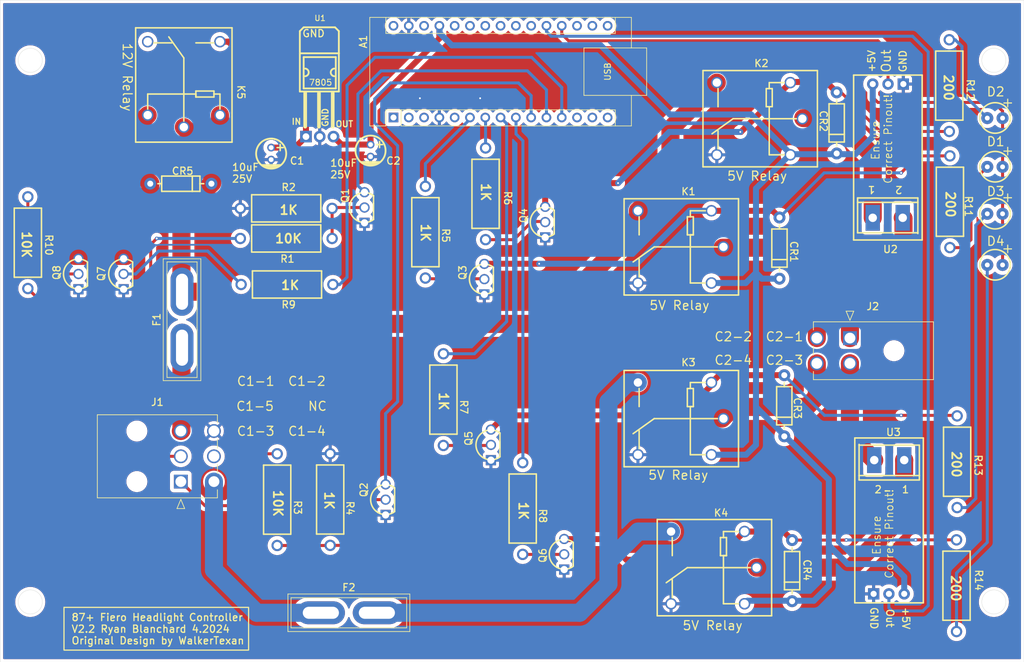
<source format=kicad_pcb>
(kicad_pcb (version 20240108) (generator "pcbnew") (generator_version "8.0")
  (title_block (title "Fiero Headlight Controller PCB") (date "2024-04-13") (rev "2.2") (comment 1 "https://www.hackster.io/walkertexan/fiero-headlight-controller-8eaa4c") (comment 2 "Based On The Original Schematic By WalkerTexan") (comment 3 "PCB Layout & Design By Ryan Blanchard"))
  (layers (0 "F.Cu" signal) (31 "B.Cu" signal) (34 "B.Paste" user) (35 "F.Paste" user) (36 "B.SilkS" user "B.Silkscreen") (37 "F.SilkS" user "F.Silkscreen") (38 "B.Mask" user) (39 "F.Mask" user) (44 "Edge.Cuts" user))
  (net 0 "")
  (net 3 "/DG3")
  (net 4 "/A1")
  (net 5 "/DG9")
  (net 7 "/DG4")
  (net 10 "/DG7")
  (net 15 "/DG8")
  (net 18 "/A0")
  (net 19 "/DG5")
  (net 21 "GND")
  (net 27 "/DG6")
  (net 29 "/+5V")
  (net 30 "/VI")
  (net 31 "Net-(Q3-C)")
  (net 32 "Net-(Q4-C)")
  (net 33 "Net-(Q5-C)")
  (net 34 "Net-(Q6-C)")
  (net 35 "/12V-1")
  (net 36 "Net-(Q7-C)")
  (net 37 "Net-(D1-A)")
  (net 38 "Net-(D2-A)")
  (net 39 "Net-(D3-A)")
  (net 40 "Net-(D4-A)")
  (net 41 "/Close Lamps")
  (net 42 "/Open Lamps")
  (net 43 "/12V-2")
  (net 44 "/C2-2")
  (net 45 "/C2-3")
  (net 46 "/C2-4")
  (net 47 "/C2-1")
  (net 48 "/U2 IN+")
  (net 49 "/U3 IN+")
  (net 51 "Net-(Q1-B)")
  (net 52 "Net-(Q2-B)")
  (net 53 "Net-(Q3-B)")
  (net 54 "Net-(Q4-B)")
  (net 55 "Net-(Q5-B)")
  (net 56 "/12V-2 Fused")
  (net 57 "Net-(Q7-B)")
  (net 58 "Net-(Q8-B)")
  (net 60 "/12V-1 Fused")
  (net 61 "Net-(Q6-B)")
  (footprint "Fiero:DIODE-1N4001" (layer "F.Cu") (at 154.4 91.2 -90)
    (property "Reference" "CR1")
    (property "Value" "1N4001" (hide yes))
  )
  (footprint "Fiero:4 Pin ATX" (layer "F.Cu") (at 172.102501 104.154002)
    (property "Reference" "J2")
    (property "Value" "Molex 4 Pin ATX")
  )
  (footprint "Fiero:Resistors" (layer "F.Cu") (at 98.6 116.38 -90)
    (property "Reference" "R7")
    (property "Value" "1K" (hide yes))
  )
  (footprint "Fiero:LED-5MM-5MM" (layer "F.Cu") (at 188.9051 91.46 180)
    (property "Reference" "D4")
    (property "Value" "LED" (hide yes))
  )
  (footprint "Fiero:DIODE-1N4001" (layer "F.Cu") (at 155.2 117.4 -90)
    (property "Reference" "CR3")
    (property "Value" "1N4001" (hide yes))
  )
  (footprint "Fiero:2N2222A" (layer "F.Cu") (at 85.5 84.46 90)
    (property "Reference" "Q1")
    (property "Value" "PN2222A" (hide yes))
  )
  (footprint "Fiero:JQC-3FF-S-Z" (layer "F.Cu") (at 151.0998 69.7)
    (property "Reference" "K2")
    (property "Value" "SRD-05VDC-SL-C" (hide yes))
  )
  (footprint "Fiero:Resistors" (layer "F.Cu") (at 79.8 132.98 90)
    (property "Reference" "R4")
    (property "Value" "1K" (hide yes))
  )
  (footprint "Fiero:Resistors" (layer "F.Cu") (at 95.60989 88.56 -90)
    (property "Reference" "R5")
    (property "Value" "1K" (hide yes))
  )
  (footprint "Fiero:L7805" (layer "F.Cu") (at 78.0635 72.6741)
    (property "Reference" "U1")
    (property "Value" "LM7805_TO220" (hide yes))
  )
  (footprint "Fiero:ACS712_A" (layer "F.Cu") (at 172.7 137.1 -90)
    (property "Reference" "U3")
    (property "Value" "CURRENT-SENSOR-ACS712#RH Door" (hide yes))
  )
  (footprint "Fiero:Resistors" (layer "F.Cu") (at 71 133 -90)
    (property "Reference" "R3")
    (property "Value" "10K" (hide yes))
  )
  (footprint "Fiero:Resistors" (layer "F.Cu") (at 183.9 126.7 90)
    (property "Reference" "R13")
    (property "Value" "200" (hide yes))
  )
  (footprint "Fiero:LED-5MM-5MM" (layer "F.Cu") (at 188.9051 82.96 180)
    (property "Reference" "D3")
    (property "Value" "LED" (hide yes))
  )
  (footprint "Fiero:6 Pin PCIe" (layer "F.Cu") (at 55 130 -90)
    (property "Reference" "J1")
    (property "Value" "Molex 6 Pin PCIe" (hide yes))
  )
  (footprint "Fiero:LED-5MM-5MM" (layer "F.Cu") (at 188.9051 75.16 180)
    (property "Reference" "D1")
    (property "Value" "LED" (hide yes))
  )
  (footprint "Fuse:Fuse_Blade_ATO_directSolder" (layer "F.Cu") (at 78.25 151.8)
    (property "Reference" "F2")
    (property "Value" "Fuse")
  )
  (footprint "Fiero:Resistors" (layer "F.Cu") (at 72.63 97.25)
    (property "Reference" "R9")
    (property "Value" "1K" (hide yes))
  )
  (footprint "Module:Arduino_Nano" (layer "F.Cu") (at 90.31 69.5 90)
    (property "Reference" "A1")
    (property "Value" "Arduino_Nano_v3.x")
  )
  (footprint "Fiero:CAP-TH_BD5.0-P2.00-D0.8-FD" (layer "F.Cu") (at 70 75.5 -90)
    (property "Reference" "C1")
    (property "Value" "10uF" (hide yes))
  )
  (footprint "Fiero:2N2222A" (layer "F.Cu") (at 105.4 96.36 90)
    (property "Reference" "Q3")
    (property "Value" "PN2222A" (hide yes))
  )
  (footprint "Fiero:CAP-TH_BD5.0-P2.00-D0.8-FD" (layer "F.Cu") (at 86.5 75 -90)
    (property "Reference" "C2")
    (property "Value" "10uF" (hide yes))
  )
  (footprint "Fuse:Fuse_Blade_ATO_directSolder" (layer "F.Cu") (at 55.2 107.75 90)
    (property "Reference" "F1")
    (property "Value" "Fuse")
  )
  (footprint "Fiero:2N2222A" (layer "F.Cu") (at 115.5 86.88 90)
    (property "Reference" "Q4")
    (property "Value" "PN2222A" (hide yes))
  )
  (footprint "Fiero:Resistors" (layer "F.Cu") (at 182.7 83.5 90)
    (property "Reference" "R11")
    (property "Value" "200" (hide yes))
  )
  (footprint "Fiero:Resistors" (layer "F.Cu") (at 111.764945 134.48 -90)
    (property "Reference" "R8")
    (property "Value" "1K" (hide yes))
  )
  (footprint "Fiero:JQC-3FF-S-Z" (layer "F.Cu") (at 138 91)
    (property "Reference" "K1")
    (property "Value" "SRD-05VDC-SL-C" (hide yes))
  )
  (footprint "Fiero:2N2222A" (layer "F.Cu") (at 45.5 95.5 90)
    (property "Reference" "Q7")
    (property "Value" "PN2222A" (hide yes))
  )
  (footprint "Fiero:JQC-3FF-S-Z" (layer "F.Cu") (at 138 119.535)
    (property "Reference" "K3")
    (property "Value" "SRD-05VDC-SL-C" (hide yes))
  )
  (footprint "Fiero:2N2222A" (layer "F.Cu") (at 118.655055 142.08 90)
    (property "Reference" "Q6")
    (property "Value" "PN2222A" (hide yes))
  )
  (footprint "Fiero:2N2222A" (layer "F.Cu") (at 89 133 90)
    (property "Reference" "Q2")
    (property "Value" "PN2222A" (hide yes))
  )
  (footprint "Fiero:ACS712_A" (layer "F.Cu") (at 172.3 75.5 90)
    (property "Reference" "U2")
    (property "Value" "CURRENT-SENSOR-ACS712#LH Door" (hide yes))
  )
  (footprint "Fiero:Resistors" (layer "F.Cu") (at 105.6 82.18 -90)
    (property "Reference" "R6")
    (property "Value" "1K" (hide yes))
  )
  (footprint "Fiero:DIODE-1N4001" (layer "F.Cu") (at 156.5 144.8 -90)
    (property "Reference" "CR4")
    (property "Value" "1N4001" (hide yes))
  )
  (footprint "Fiero:2N2222A" (layer "F.Cu") (at 38 95.5 90)
    (property "Reference" "Q8")
    (property "Value" "PN2222A" (hide yes))
  )
  (footprint "Fiero:Resistors" (layer "F.Cu") (at 183.8 147.3 90)
    (property "Reference" "R14")
    (property "Value" "200" (hide yes))
  )
  (footprint "Fiero:JQC-3FF-S-Z" (layer "F.Cu") (at 55.5 64 -90)
    (property "Reference" "K5")
    (property "Value" "SRD-05VDC-SL-C" (hide yes))
  )
  (footprint "Fiero:Resistors" (layer "F.Cu") (at 72.5 89.6)
    (property "Reference" "R1")
    (property "Value" "10K" (hide yes))
  )
  (footprint "Fiero:2N2222A" (layer "F.Cu") (at 106.49011 123.9 90)
    (property "Reference" "Q5")
    (property "Value" "PN2222A" (hide yes))
  )
  (footprint "Fiero:DIODE-1N4001" (layer "F.Cu") (at 55 80.5)
    (property "Reference" "CR5")
    (property "Value" "1N4001" (hide yes))
  )
  (footprint "Fiero:Resistors" (layer "F.Cu") (at 72.5 84.6 180)
    (property "Reference" "R2")
    (property "Value" "1K" (hide yes))
  )
  (footprint "Fiero:JQC-3FF-S-Z" (layer "F.Cu") (at 143.5 144.300001)
    (property "Reference" "K4")
    (property "Value" "SRD-05VDC-SL-C" (hide yes))
  )
  (footprint "Fiero:Resistors" (layer "F.Cu") (at 182.6 64.2 -90)
    (property "Reference" "R12")
    (property "Value" "200" (hide yes))
  )
  (footprint "Fiero:Resistors" (layer "F.Cu") (at 29.6 90.3 -90)
    (property "Reference" "R10")
    (property "Value" "10K" (hide yes))
  )
  (footprint "Fiero:LED-5MM-5MM" (layer "F.Cu") (at 188.9051 67.06 180)
    (property "Reference" "D2")
    (property "Value" "LED" (hide yes))
  )
  (footprint "Fiero:DIODE-1N4001" (layer "F.Cu") (at 163.9 70.4 -90)
    (property "Reference" "CR2")
    (property "Value" "1N4001" (hide yes))
  )
  (gr_poly (pts (xy 68.349 77.294) (xy 71.651 77.294) (xy 70.7 77.9) (xy 69.2 77.9)) (stroke (width 0.1)) (fill solid) (layer "F.SilkS"))
  (gr_poly (pts (xy 84.849 76.794) (xy 88.151 76.794) (xy 86.988249 77.454594) (xy 85.744642 77.374261)) (stroke (width 0.1)) (fill solid) (layer "F.SilkS"))
  (gr_rect (start 35.6 150.9) (end 66.25 158) (stroke (width 0.2)) (fill none) (layer "F.SilkS"))
  (gr_circle (center 190 150) (end 190 152) (stroke (width 0.05)) (fill none) (layer "Edge.Cuts"))
  (gr_circle (center 30 60) (end 30 62) (stroke (width 0.05)) (fill none) (layer "Edge.Cuts"))
  (gr_circle (center 190 60) (end 190 62) (stroke (width 0.05)) (fill none) (layer "Edge.Cuts"))
  (gr_circle (center 30 150) (end 30 152) (stroke (width 0.05)) (fill none) (layer "Edge.Cuts"))
  (gr_line (start 195 50) (end 195 160) (stroke (width 0.05)) (layer "Edge.Cuts"))
  (gr_line (start 195 160) (end 25 160) (stroke (width 0.05)) (layer "Edge.Cuts"))
  (gr_line (start 25 160) (end 25 50) (stroke (width 0.05)) (layer "Edge.Cuts"))
  (gr_line (start 25 50) (end 195 50) (stroke (width 0.05)) (layer "Edge.Cuts"))
  (gr_text "5V Relay" (at 145.6 80.1 0) (layer "F.SilkS") (effects (font (size 1.5 1.5) (thickness 0.2)) (justify left bottom)))
  (gr_text "    Ensure \nCorrect Pinout!\n" (at 173.2 80.6 90) (layer "F.SilkS") (effects (font (size 1.3 1.3)) (justify left bottom)))
  (gr_text "1K" (at 104.75 80.25 -90) (layer "F.SilkS") (effects (font (size 1.5 1.5) (thickness 0.3) (bold yes)) (justify left bottom)))
  (gr_text "    Ensure \nCorrect Pinout!\n" (at 173.4 146.2 90) (layer "F.SilkS") (effects (font (size 1.3 1.3)) (justify left bottom)))
  (gr_text "C1-5     NC" (at 64.085714 118.35 0) (layer "F.SilkS") (effects (font (size 1.5 1.5) (thickness 0.2) (bold yes)) (justify left bottom)))
  (gr_text "+5V" (at 170.4 62.099999 90) (layer "F.SilkS") (effects (font (size 1.2 1.2) (thickness 0.2)) (justify left bottom)))
  (gr_text "1K" (at 71.5 98.25 0) (layer "F.SilkS") (effects (font (size 1.5 1.5) (thickness 0.3) (bold yes)) (justify left bottom)))
  (gr_text "10uF\n25V" (at 63.4 80.4 0) (layer "F.SilkS") (effects (font (size 1.2 1.2) (thickness 0.2) (bold yes)) (justify left bottom)))
  (gr_text "10K" (at 28.5 88.25 -90) (layer "F.SilkS") (effects (font (size 1.5 1.5) (thickness 0.3) (bold yes)) (justify left bottom)))
  (gr_text "C2-4  C2-3" (at 143.5 110.7 0) (layer "F.SilkS") (effects (font (size 1.5 1.5) (thickness 0.2) (bold yes)) (justify left bottom)))
  (gr_text "1K" (at 94.75 87 -90) (layer "F.SilkS") (effects (font (size 1.5 1.5) (thickness 0.3) (bold yes)) (justify left bottom)))
  (gr_text "1K" (at 111 133.2 -90) (layer "F.SilkS") (effects (font (size 1.5 1.5) (thickness 0.3) (bold yes)) (justify left bottom)))
  (gr_text "C2-2  C2-1" (at 143.5 106.8 0) (layer "F.SilkS") (effects (font (size 1.5 1.5) (thickness 0.2)) (justify left bottom)))
  (gr_text "200" (at 181.6 62.2 -90) (layer "F.SilkS") (effects (font (size 1.5 1.5) (thickness 0.3) (bold yes)) (justify left bottom)))
  (gr_text "1K" (at 78.75 131.5 -90) (layer "F.SilkS") (effects (font (size 1.5 1.5) (thickness 0.3) (bold yes)) (justify left bottom)))
  (gr_text "Out" (at 172.05 151.052382 270) (layer "F.SilkS") (effects (font (size 1.2 1.2) (thickness 0.2) (bold yes)) (justify left bottom)))
  (gr_text "GND" (at 169.4 150.738096 270) (layer "F.SilkS") (effects (font (size 1.2 1.2) (thickness 0.2) (bold yes)) (justify left bottom)))
  (gr_text "87+ Fiero Headlight Controller\nV2.2 Ryan Blanchard 4.2024\nOriginal Design by WalkerTexan" (at 36.75 157.128933 0) (layer "F.SilkS") (effects (font (size 1.2 1.2) (thickness 0.2) (bold yes)) (justify left bottom)))
  (gr_text "5V Relay" (at 132.7 101.6 0) (layer "F.SilkS") (effects (font (size 1.5 1.5) (thickness 0.2)) (justify left bottom)))
  (gr_text "200" (at 182.8 145.4 -90) (layer "F.SilkS") (effects (font (size 1.5 1.5) (thickness 0.3) (bold yes)) (justify left bottom)))
  (gr_text "C1-3  C1-4" (at 64.2 122.5 0) (layer "F.SilkS") (effects (font (size 1.5 1.5) (thickness 0.2)) (justify left bottom)))
  (gr_text "10K" (at 70.5 90.5 0) (layer "F.SilkS") (effects (font (size 1.5 1.5) (thickness 0.3) (bold yes)) (justify left bottom)))
  (gr_text "10uF\n25V" (at 79.7 79.7 0) (layer "F.SilkS") (effects (font (size 1.2 1.2) (thickness 0.2) (bold yes)) (justify left bottom)))
  (gr_text "5V Relay" (at 132.5 129.8 0) (layer "F.SilkS") (effects (font (size 1.5 1.5) (thickness 0.2)) (justify left bottom)))
  (gr_text "+5V" (at 174.7 150.738096 270) (layer "F.SilkS") (effects (font (size 1.2 1.2) (thickness 0.2) (bold yes)) (justify left bottom)))
  (gr_text "5V Relay" (at 138.2 154.8 0) (layer "F.SilkS") (effects (font (size 1.5 1.5) (thickness 0.2)) (justify left bottom)))
  (gr_text "Out" (at 173 62.134286 90) (layer "F.SilkS") (effects (font (size 1.5 1.5) (thickness 0.2)) (justify left bottom)))
  (gr_text "1K" (at 97.75 115 -90) (layer "F.SilkS") (effects (font (size 1.5 1.5) (thickness 0.3) (bold yes)) (justify left bottom)))
  (gr_text "1K" (at 71.25 85.75 0) (layer "F.SilkS") (effects (font (size 1.5 1.5) (thickness 0.3) (bold yes)) (justify left bottom)))
  (gr_text "200" (at 182.9 124.8 -90) (layer "F.SilkS") (effects (font (size 1.5 1.5) (thickness 0.3) (bold yes)) (justify left bottom)))
  (gr_text "10K" (at 70.25 131.25 -90) (layer "F.SilkS") (effects (font (size 1.5 1.5) (thickness 0.3) (bold yes)) (justify left bottom)))
  (gr_text "C1-1  C1-2" (at 64.2 114.2 0) (layer "F.SilkS") (effects (font (size 1.5 1.5) (thickness 0.2) (bold yes)) (justify left bottom)))
  (gr_text "GND" (at 175.6 62.1 90) (layer "F.SilkS") (effects (font (size 1.2 1.2) (thickness 0.2) (bold yes)) (justify left bottom)))
  (gr_text "12V Relay" (at 45.25 57 270) (layer "F.SilkS") (effects (font (size 1.5 1.5) (thickness 0.2)) (justify left bottom)))
  (gr_text "200" (at 181.9 81.6 -90) (layer "F.SilkS") (effects (font (size 1.5 1.5) (thickness 0.3) (bold yes)) (justify left bottom)))
  (segment (start 95.60989 80.94) (end 95.60989 77.17011) (width 0.5) (layer "B.Cu") (net 3))
  (segment (start 95.60989 77.17011) (end 103.01 69.77) (width 0.5) (layer "B.Cu") (net 3))
  (segment (start 103.01 69.77) (end 103.01 69.5) (width 0.5) (layer "B.Cu") (net 3))
  (segment (start 176.5 56) (end 116.5 56) (width 0.5) (layer "B.Cu") (net 4))
  (segment (start 179.1 58.6) (end 176.5 56) (width 0.5) (layer "B.Cu") (net 4))
  (segment (start 116.5 56) (end 115.71 55.21) (width 0.5) (layer "B.Cu") (net 4))
  (segment (start 179.1 150.6) (end 179.1 58.6) (width 0.5) (layer "B.Cu") (net 4))
  (segment (start 172.573 150.973) (end 173.1 151.5) (width 0.5) (layer "B.Cu") (net 4))
  (segment (start 172.573 148.657) (end 172.573 150.973) (width 0.5) (layer "B.Cu") (net 4))
  (segment (start 173.1 151.5) (end 178.2 151.5) (width 0.5) (layer "B.Cu") (net 4))
  (segment (start 178.2 151.5) (end 179.1 150.6) (width 0.5) (layer "B.Cu") (net 4))
  (segment (start 115.71 55.21) (end 115.71 54.26) (width 0.5) (layer "B.Cu") (net 4))
  (segment (start 118.25 64.5) (end 118.25 69.5) (width 0.5) (layer "B.Cu") (net 5))
  (segment (start 82.6 64.15) (end 87.25 59.5) (width 0.5) (layer "B.Cu") (net 5))
  (segment (start 80.25 97.25) (end 81.37 97.25) (width 0.5) (layer "B.Cu") (net 5))
  (segment (start 87.25 59.5) (end 113.25 59.5) (width 0.5) (layer "B.Cu") (net 5))
  (segment (start 113.25 59.5) (end 118.25 64.5) (width 0.5) (layer "B.Cu") (net 5))
  (segment (start 81.37 97.25) (end 82.6 96.02) (width 0.5) (layer "B.Cu") (net 5))
  (segment (start 82.6 96.02) (end 82.6 64.15) (width 0.5) (layer "B.Cu") (net 5))
  (segment (start 105.6 74.56) (end 105.6 69.55) (width 0.5) (layer "B.Cu") (net 7))
  (segment (start 105.6 69.55) (end 105.55 69.5) (width 0.5) (layer "B.Cu") (net 7))
  (segment (start 89 118.7) (end 91 116.7) (width 0.5) (layer "B.Cu") (net 10))
  (segment (start 113.17 65.87) (end 113.17 69.5) (width 0.5) (layer "B.Cu") (net 10))
  (segment (start 87.2 70.4) (end 87.2 66.4) (width 0.5) (layer "B.Cu") (net 10))
  (segment (start 111.05 63.75) (end 113.17 65.87) (width 0.5) (layer "B.Cu") (net 10))
  (segment (start 91 74.2) (end 87.2 70.4) (width 0.5) (layer "B.Cu") (net 10))
  (segment (start 89 130.46) (end 89 118.7) (width 0.5) (layer "B.Cu") (net 10))
  (segment (start 87.2 66.4) (end 89.85 63.75) (width 0.5) (layer "B.Cu") (net 10))
  (segment (start 91 116.7) (end 91 74.2) (width 0.5) (layer "B.Cu") (net 10))
  (segment (start 89.85 63.75) (end 111.05 63.75) (width 0.5) (layer "B.Cu") (net 10))
  (segment (start 112.55 61.75) (end 115.71 64.91) (width 0.5) (layer "B.Cu") (net 15))
  (segment (start 88.25 61.75) (end 112.55 61.75) (width 0.5) (layer "B.Cu") (net 15))
  (segment (start 84.4 80.82) (end 84.4 65.6) (width 0.5) (layer "B.Cu") (net 15))
  (segment (start 115.71 64.91) (end 115.71 69.5) (width 0.5) (layer "B.Cu") (net 15))
  (segment (start 85.5 81.92) (end 84.4 80.82) (width 0.5) (layer "B.Cu") (net 15))
  (segment (start 84.4 65.6) (end 88.25 61.75) (width 0.5) (layer "B.Cu") (net 15))
  (segment (start 118.25 55.625) (end 118.25 54.26) (width 0.5) (layer "F.Cu") (net 18))
  (segment (start 172.427 58.427) (end 170.75 56.75) (width 0.5) (layer "F.Cu") (net 18))
  (segment (start 170.75 56.75) (end 119.375 56.75) (width 0.5) (layer "F.Cu") (net 18))
  (segment (start 119.375 56.75) (end 118.25 55.625) (width 0.5) (layer "F.Cu") (net 18))
  (segment (start 172.427 63.943) (end 172.427 58.427) (width 0.5) (layer "F.Cu") (net 18))
  (segment (start 109.1 103.4) (end 109.1 70.51) (width 0.5) (layer "B.Cu") (net 19))
  (segment (start 109.1 70.51) (end 108.09 69.5) (width 0.5) (layer "B.Cu") (net 19))
  (segment (start 98.6 108.76) (end 103.74 108.76) (width 0.5) (layer "B.Cu") (net 19))
  (segment (start 103.74 108.76) (end 109.1 103.4) (width 0.5) (layer "B.Cu") (net 19))
  (segment (start 105.285055 99.6) (end 105.305055 99.62) (width 0.5) (layer "F.Cu") (net 21))
  (segment (start 105.305055 99.62) (end 105.485055 99.8) (width 0.2) (layer "F.Cu") (net 21))
  (via (at 104.7 66.3) (size 0.6) (drill 0.3) (layers "F.Cu" "B.Cu") (net 21))
  (via (at 94.7 66.3) (size 0.6) (drill 0.3) (layers "F.Cu" "B.Cu") (net 21))
  (segment (start 110.66 72.24) (end 110.66 69.53) (width 0.5) (layer "B.Cu") (net 27))
  (segment (start 110.66 69.53) (end 110.63 69.5) (width 0.5) (layer "B.Cu") (net 27))
  (segment (start 111.8 126.824945) (end 111.8 73.38) (width 0.5) (layer "B.Cu") (net 27))
  (segment (start 111.764945 126.86) (end 111.8 126.824945) (width 0.5) (layer "B.Cu") (net 27))
  (segment (start 111.8 73.38) (end 110.66 72.24) (width 0.5) (layer "B.Cu") (net 27))
  (segment (start 191.4451 85.5) (end 191.4451 94) (width 0.5) (layer "F.Cu") (net 29))
  (segment (start 191.4451 93.9) (end 191.5451 94) (width 0.5) (layer "F.Cu") (net 29))
  (segment (start 86.5 74) (end 86.5 67.8) (width 1) (layer "F.Cu") (net 29))
  (segment (start 191.4451 68.4451) (end 191.4451 69.6) (width 0.5) (layer "F.Cu") (net 29))
  (segment (start 191.4451 69.6) (end 191.4451 77.7) (width 0.5) (layer "F.Cu") (net 29))
  (segment (start 86.5 67.8) (end 97.93 56.37) (width 1) (layer "F.Cu") (net 29))
  (segment (start 86.5 74) (end 81.6754 74) (width 1) (layer "F.Cu") (net 29))
  (segment (start 191.5 85.5) (end 191.4451 85.5) (width 0.5) (layer "F.Cu") (net 29))
  (segment (start 81.6754 74) (end 80.3495 72.6741) (width 1) (layer "F.Cu") (net 29))
  (segment (start 170.75 67) (end 190 67) (width 0.5) (layer "F.Cu") (net 29))
  (segment (start 97.93 56.37) (end 97.93 54.26) (width 1) (layer "F.Cu") (net 29))
  (segment (start 169.887 63.943) (end 169.887 66.137) (width 0.5) (layer "F.Cu") (net 29))
  (segment (start 169.887 66.137) (end 170.75 67) (width 0.5) (layer "F.Cu") (net 29))
  (segment (start 191.4451 77.7) (end 191.4451 85.5) (width 0.5) (layer "F.Cu") (net 29))
  (segment (start 190 67) (end 191.4451 68.4451) (width 0.5) (layer "F.Cu") (net 29))
  (segment (start 151.48 96.28) (end 150.5 95.3) (width 1) (layer "B.Cu") (net 29))
  (segment (start 162.6 147.3) (end 160.1 149.8) (width 1) (layer "B.Cu") (net 29))
  (segment (start 162.6 140.6) (end 165.7 143.7) (width 1) (layer "B.Cu") (net 29))
  (segment (start 150.5 115.6) (end 150.5 123.9) (width 1) (layer "B.Cu") (net 29))
  (segment (start 97.96 54.29) (end 97.96 55.46) (width 1) (layer "B.Cu") (net 29))
  (segment (start 149.100101 149.8) (end 148.6001 150.300001) (width 1) (layer "B.Cu") (net 29))
  (segment (start 154.4 96.28) (end 151.48 96.28) (width 1) (layer "B.Cu") (net 29))
  (segment (start 169.887 63.943) (end 169.887 70.4) (width 1) (layer "B.Cu") (net 29))
  (segment (start 97.93 54.26) (end 97.96 54.29) (width 1) (layer "B.Cu") (net 29))
  (segment (start 100 57.5) (end 124.7 57.5) (width 1) (layer "B.Cu") (net 29))
  (segment (start 156.3 75.6) (end 156.2 75.6) (width 1) (layer "B.Cu") (net 29))
  (segment (start 169.887 70.4) (end 169.887 72.713) (width 1) (layer "B.Cu") (net 29))
  (segment (start 160.1 149.8) (end 149.100101 149.8) (width 1) (layer "B.Cu") (net 29))
  (segment (start 165.7 143.7) (end 173 143.7) (width 1) (layer "B.Cu") (net 29))
  (segment (start 148.6001 150.300001) (end 148.600798 150.3) (width 1) (layer "B.Cu") (net 29))
  (segment (start 162.6 129.7) (end 162.6 140.6) (width 1) (layer "B.Cu") (net 29))
  (segment (start 148.8 97) (end 143.1001 97) (width 1) (layer "B.Cu") (net 29))
  (segment (start 97.96 55.46) (end 100 57.5) (width 1) (layer "B.Cu") (net 29))
  (segment (start 150.5 81.3) (end 150.5 117.6) (width 1) (layer "B.Cu") (net 29))
  (segment (start 169.887 72.713) (end 167 75.6) (width 1) (layer "B.Cu") (net 29))
  (segment (start 150.5 95.3) (end 148.8 97) (width 1) (layer "B.Cu") (net 29))
  (segment (start 149.7 69) (end 156.3 75.6) (width 1) (layer "B.Cu") (net 29))
  (segment (start 162.6 140.6) (end 162.6 147.3) (width 1) (layer "B.Cu") (net 29))
  (segment (start 173 143.7) (end 175.113 145.813) (width 1) (layer "B.Cu") (net 29))
  (segment (start 150.5 117.6) (end 162.6 129.7) (width 1) (layer "B.Cu") (net 29))
  (segment (start 124.7 57.5) (end 136.2 69) (width 1) (layer "B.Cu") (net 29))
  (segment (start 136.2 69) (end 149.7 69) (width 1) (layer "B.Cu") (net 29))
  (segment (start 167 75.6) (end 156.3 75.6) (width 1) (layer "B.Cu") (net 29))
  (segment (start 150.5 123.9) (end 148.865001 125.534999) (width 1) (layer "B.Cu") (net 29))
  (segment (start 156.2 75.6) (end 150.5 81.3) (width 1) (layer "B.Cu") (net 29))
  (segment (start 175.113 145.813) (end 175.113 148.657) (width 1) (layer "B.Cu") (net 29))
  (segment (start 148.865001 125.534999) (end 142.858249 125.534999) (width 1) (layer "B.Cu") (net 29))
  (segment (start 75.7775 69.7775) (end 75.7775 72.6741) (width 1) (layer "F.Cu") (net 30))
  (segment (start 70 74.5) (end 73.9516 74.5) (width 1) (layer "F.Cu") (net 30))
  (segment (start 61.5 56.9002) (end 62.9002 56.9002) (width 1) (layer "F.Cu") (net 30))
  (segment (start 62.9002 56.9002) (end 75.7775 69.7775) (width 1) (layer "F.Cu") (net 30))
  (segment (start 73.9516 74.5) (end 75.7775 72.6741) (width 1) (layer "F.Cu") (net 30))
  (segment (start 105.42 93.8) (end 105.4 93.82) (width 1) (layer "F.Cu") (net 31))
  (segment (start 154.4 86.12) (end 153.28 85) (width 1) (layer "F.Cu") (net 31))
  (segment (start 114.5 93.8) (end 105.42 93.8) (width 1) (layer "F.Cu") (net 31))
  (segment (start 153.28 85) (end 143.1001 85) (width 1) (layer "F.Cu") (net 31))
  (segment (start 182.7 75.88) (end 177.42 75.88) (width 0.5) (layer "F.Cu") (net 31))
  (segment (start 177.42 75.88) (end 174.6 78.7) (width 0.5) (layer "F.Cu") (net 31))
  (via (at 174.6 78.7) (size 0.6) (drill 0.3) (layers "F.Cu" "B.Cu") (net 31))
  (via (at 114.5 93.8) (size 0.6) (drill 0.3) (layers "F.Cu" "B.Cu") (net 31))
  (segment (start 139.5 85) (end 132.4 92.1) (width 1) (layer "B.Cu") (net 31))
  (segment (start 143.1001 85) (end 139.5 85) (width 1) (layer "B.Cu") (net 31))
  (segment (start 132.4 92.1) (end 130.7 93.8) (width 1) (layer "B.Cu") (net 31))
  (segment (start 174.6 78.7) (end 161.82 78.7) (width 0.5) (layer "B.Cu") (net 31))
  (segment (start 161.82 78.7) (end 154.4 86.12) (width 0.5) (layer "B.Cu") (net 31))
  (segment (start 130.7 93.8) (end 114.5 93.8) (width 1) (layer "B.Cu") (net 31))
  (segment (start 148.000002 71.9) (end 147.9 71.9) (width 1) (layer "F.Cu") (net 32))
  (segment (start 117.24 80.4) (end 115.5 82.14) (width 1) (layer "F.Cu") (net 32))
  (segment (start 171.12 71.82) (end 182.6 71.82) (width 0.5) (layer "F.Cu") (net 32))
  (segment (start 115.5 82.14) (end 115.5 84.34) (width 1) (layer "F.Cu") (net 32))
  (segment (start 163.9 65.32) (end 162.180002 63.600002) (width 1) (layer "F.Cu") (net 32))
  (segment (start 127.6 80.4) (end 117.24 80.4) (width 1) (layer "F.Cu") (net 32))
  (segment (start 164.62 65.32) (end 171.12 71.82) (width 0.5) (layer "F.Cu") (net 32))
  (segment (start 162.180002 63.600002) (end 156.3 63.600002) (width 1) (layer "F.Cu") (net 32))
  (segment (start 156.3 63.600002) (end 148.000002 71.9) (width 1) (layer "F.Cu") (net 32))
  (segment (start 163.9 65.32) (end 164.62 65.32) (width 0.5) (layer "F.Cu") (net 32))
  (via (at 127.6 80.4) (size 0.6) (drill 0.3) (layers "F.Cu" "B.Cu") (net 32))
  (via (at 147.9 71.9) (size 0.6) (drill 0.3) (layers "F.Cu" "B.Cu") (net 32))
  (segment (start 136.1 71.9) (end 127.6 80.4) (width 1) (layer "B.Cu") (net 32))
  (segment (start 156.32 63.580002) (end 156.3 63.600002) (width 0.2) (layer "B.Cu") (net 32))
  (segment (start 147.9 71.9) (end 136.1 71.9) (width 1) (layer "B.Cu") (net 32))
  (segment (start 138.1 119) (end 142.858249 114.241751) (width 1) (layer "F.Cu") (net 33))
  (segment (start 183.9 119.08) (end 183.82 119) (width 0.5) (layer "F.Cu") (net 33))
  (segment (start 106.49011 121.36) (end 108.85011 119) (width 1) (layer "F.Cu") (net 33))
  (segment (start 108.85011 119) (end 138.1 119) (width 1) (layer "F.Cu") (net 33))
  (segment (start 143.164999 113.535001) (end 144.38 112.32) (width 1) (layer "F.Cu") (net 33))
  (segment (start 183.82 119) (end 174.6 119) (width 0.5) (layer "F.Cu") (net 33))
  (segment (start 142.858249 113.535001) (end 143.164999 113.535001) (width 1) (layer "F.Cu") (net 33))
  (segment (start 142.858249 114.241751) (end 142.858249 113.535001) (width 1) (layer "F.Cu") (net 33))
  (segment (start 144.38 112.32) (end 155.2 112.32) (width 1) (layer "F.Cu") (net 33))
  (via (at 174.6 119) (size 0.6) (drill 0.3) (layers "F.Cu" "B.Cu") (net 33))
  (segment (start 161.88 119) (end 155.2 112.32) (width 0.5) (layer "B.Cu") (net 33))
  (segment (start 174.6 119) (end 161.88 119) (width 0.5) (layer "B.Cu") (net 33))
  (segment (start 165.5 139.7) (end 165.48 139.72) (width 0.2) (layer "F.Cu") (net 34))
  (segment (start 155.080002 138.300002) (end 156.5 139.72) (width 1) (layer "F.Cu") (net 34))
  (segment (start 143.9 143) (end 148.599998 138.300002) (width 1) (layer "F.Cu") (net 34))
  (segment (start 129 143) (end 143.9 143) (width 1) (layer "F.Cu") (net 34))
  (segment (start 125.56 139.56) (end 129 143) (width 1) (layer "F.Cu") (net 34))
  (segment (start 118.655055 139.54) (end 118.675055 139.56) (width 1) (layer "F.Cu") (net 34))
  (segment (start 118.675055 139.56) (end 125.56 139.56) (width 1) (layer "F.Cu") (net 34))
  (segment (start 148.599998 138.300002) (end 155.080002 138.300002) (width 1) (layer "F.Cu") (net 34))
  (segment (start 183.8 139.68) (end 177 139.68) (width 0.5) (layer "F.Cu") (net 34))
  (segment (start 165.48 139.72) (end 156.5 139.72) (width 0.5) (layer "F.Cu") (net 34))
  (via (at 177 139.68) (size 0.6) (drill 0.3) (layers "F.Cu" "B.Cu") (net 34))
  (via (at 165.5 139.7) (size 0.6) (drill 0.3) (layers "F.Cu" "B.Cu") (net 34))
  (segment (start 176.98 139.7) (end 165.5 139.7) (width 0.5) (layer "B.Cu") (net 34))
  (segment (start 177 139.68) (end 176.98 139.7) (width 0.5) (layer "B.Cu") (net 34))
  (segment (start 55.1 121.500002) (end 55 121.600002) (width 3) (layer "F.Cu") (net 35))
  (segment (start 55.2 110.35) (end 55.1 110.45) (width 3) (layer "F.Cu") (net 35))
  (segment (start 55.1 110.45) (end 55.1 121.500002) (width 3) (layer "F.Cu") (net 35))
  (segment (start 49.92 80.5) (end 49.92 84.83) (width 3) (layer "F.Cu") (net 36))
  (segment (start 46.5 91.9) (end 45.9 92.5) (width 3) (layer "F.Cu") (net 36))
  (segment (start 46.5 88.25) (end 46.5 91.9) (width 3) (layer "F.Cu") (net 36))
  (segment (start 49.92 80.5) (end 49.92 80.42) (width 3) (layer "F.Cu") (net 36))
  (segment (start 47.6001 71) (end 49.5 69.1001) (width 3) (layer "F.Cu") (net 36))
  (segment (start 47.5 78) (end 47.5 71) (width 3) (layer "F.Cu") (net 36))
  (segment (start 49.92 80.42) (end 47.5 78) (width 3) (layer "F.Cu") (net 36))
  (segment (start 49.92 84.83) (end 46.5 88.25) (width 3) (layer "F.Cu") (net 36))
  (segment (start 47.5 71) (end 47.6001 71) (width 3) (layer "F.Cu") (net 36))
  (segment (start 45.9 92.5) (end 37.4 92.5) (width 3) (layer "F.Cu") (net 36))
  (segment (start 184.88 91.12) (end 182.7 91.12) (width 0.5) (layer "F.Cu") (net 37))
  (segment (start 188.9051 77.7) (end 186.2 80.4051) (width 0.5) (layer "F.Cu") (net 37))
  (segment (start 186.2 89.8) (end 184.88 91.12) (width 0.5) (layer "F.Cu") (net 37))
  (segment (start 186.2 80.4051) (end 186.2 89.8) (width 0.5) (layer "F.Cu") (net 37))
  (segment (start 184.7 57.7) (end 184.7 65.3949) (width 0.5) (layer "B.Cu") (net 38))
  (segment (start 184.7 65.3949) (end 188.9051 69.6) (width 0.5) (layer "B.Cu") (net 38))
  (segment (start 182.6 56.58) (end 183.58 56.58) (width 0.5) (layer "B.Cu") (net 38))
  (segment (start 183.58 56.58) (end 184.7 57.7) (width 0.5) (layer "B.Cu") (net 38))
  (segment (start 185.48 134.32) (end 183.9 134.32) (width 0.5) (layer "B.Cu") (net 39))
  (segment (start 188.9051 85.5) (end 187 87.4051) (width 0.5) (layer "B.Cu") (net 39))
  (segment (start 187 87.4051) (end 187 132.8) (width 0.5) (layer "B.Cu") (net 39))
  (segment (start 187 132.8) (end 185.48 134.32) (width 0.5) (layer "B.Cu") (net 39))
  (segment (start 188.9051 94) (end 188.9051 140.0949) (width 0.5) (layer "B.Cu") (net 40))
  (segment (start 183.8 145.2) (end 183.8 154.92) (width 0.5) (layer "B.Cu") (net 40))
  (segment (start 188.9051 140.0949) (end 183.8 145.2) (width 0.5) (layer "B.Cu") (net 40))
  (segment (start 64.6 132.2) (end 62.8 134) (width 0.5) (layer "F.Cu") (net 41))
  (segment (start 59 134) (end 55 130) (width 0.5) (layer "F.Cu") (net 41))
  (segment (start 62.8 134) (end 59 134) (width 0.5) (layer "F.Cu") (net 41))
  (segment (start 68.52 125.38) (end 64.6 129.3) (width 0.5) (layer "F.Cu") (net 41))
  (segment (start 71 125.38) (end 68.52 125.38) (width 0.5) (layer "F.Cu") (net 41))
  (segment (start 64.6 129.3) (end 64.6 132.2) (width 0.5) (layer "F.Cu") (net 41))
  (segment (start 52.800001 125.800001) (end 51 124) (width 0.5) (layer "F.Cu") (net 42))
  (segment (start 51 124) (end 51 115) (width 0.5) (layer "F.Cu") (net 42))
  (segment (start 50 108.6) (end 50 90.6) (width 0.5) (layer "F.Cu") (net 42))
  (segment (start 51 115) (end 50 114) (width 0.5) (layer "F.Cu") (net 42))
  (segment (start 55 125.800001) (end 52.800001 125.800001) (width 0.5) (layer "F.Cu") (net 42))
  (segment (start 44 102) (end 33.68 102) (width 0.5) (layer "F.Cu") (net 42))
  (segment (start 44 102) (end 50 108) (width 0.5) (layer "F.Cu") (net 42))
  (segment (start 50 114) (end 50 108.6) (width 0.5) (layer "F.Cu") (net 42))
  (segment (start 33.68 102) (end 29.6 97.92) (width 0.5) (layer "F.Cu") (net 42))
  (segment (start 50 108) (end 50 108.6) (width 0.5) (layer "F.Cu") (net 42))
  (segment (start 50 90.6) (end 51 89.6) (width 0.5) (layer "F.Cu") (net 42))
  (via (at 51 89.6) (size 0.6) (drill 0.3) (layers "F.Cu" "B.Cu") (net 42))
  (segment (start 51 89.6) (end 64.88 89.6) (width 0.5) (layer "B.Cu") (net 42))
  (segment (start 67.6 151.8) (end 78.25 151.8) (width 3) (layer "B.Cu") (net 43))
  (segment (start 60.5 144.7) (end 67.6 151.8) (width 3) (layer "B.Cu") (net 43))
  (segment (start 60.499999 130) (end 60.5 144.7) (width 3) (layer "B.Cu") (net 43))
  (segment (start 160.602502 95.202502) (end 160.602502 106.154002) (width 3) (layer "F.Cu") (net 44))
  (segment (start 144.95825 91.135) (end 156.535 91.135) (width 3) (layer "F.Cu") (net 44))
  (segment (start 156.535 91.135) (end 160.602502 95.202502) (width 3) (layer "F.Cu") (net 44))
  (segment (start 166.1 110.356502) (end 166.102501 110.354001) (width 3) (layer "F.Cu") (net 45))
  (segment (start 166.1 122.3974) (end 166.1 110.356502) (width 3) (layer "F.Cu") (net 45))
  (segment (start 170.1346 126.432) (end 166.1 122.3974) (width 3) (layer "F.Cu") (net 45))
  (segment (start 144.85825 119.535) (end 146.79325 117.6) (width 3) (layer "F.Cu") (net 46))
  (segment (start 160.602502 115.897498) (end 160.602502 110.354001) (width 3) (layer "F.Cu") (net 46))
  (segment (start 158.9 117.6) (end 160.602502 115.897498) (width 3) (layer "F.Cu") (net 46))
  (segment (start 146.79325 117.6) (end 158.9 117.6) (width 3) (layer "F.Cu") (net 46))
  (segment (start 175 91.5) (end 166.102501 100.397499) (width 3) (layer "F.Cu") (net 47))
  (segment (start 174.8654 86.168) (end 175 86.3026) (width 3) (layer "F.Cu") (net 47))
  (segment (start 166.102501 100.397499) (end 166.102501 106.154002) (width 3) (layer "F.Cu") (net 47))
  (segment (start 175 86.3026) (end 175 91.5) (width 3) (layer "F.Cu") (net 47))
  (segment (start 163.7 69.6) (end 169.887 75.787) (width 3) (layer "F.Cu") (net 48))
  (segment (start 169.887 75.787) (end 169.887 86.168) (width 3) (layer "F.Cu") (net 48))
  (segment (start 158.3501 69.600001) (end 163.7 69.6) (width 3) (layer "F.Cu") (net 48))
  (segment (start 166.299999 144.300001) (end 175.1 135.5) (width 3) (layer "F.Cu") (net 49))
  (segment (start 150.600799 144.300001) (end 166.299999 144.300001) (width 3) (layer "F.Cu") (net 49))
  (segment (start 175.1 135.5) (end 175.1 126.445) (width 3) (layer "F.Cu") (net 49))
  (segment (start 175.1 126.445) (end 175.113 126.432) (width 3) (layer "F.Cu") (net 49))
  (segment (start 80.12 84.6) (end 80.2 84.6) (width 0.5) (layer "F.Cu") (net 51))
  (segment (start 85.38 84.38) (end 85.5 84.5) (width 0.2) (layer "F.Cu") (net 51))
  (segment (start 80.12 89.6) (end 80.12 84.6) (width 0.5) (layer "F.Cu") (net 51))
  (segment (start 80.2 84.6) (end 80.34 84.46) (width 0.5) (layer "F.Cu") (net 51))
  (segment (start 80.34 84.46) (end 85.5 84.46) (width 0.5) (layer "F.Cu") (net 51))
  (segment (start 71 140.62) (end 79.78 140.62) (width 0.5) (layer "F.Cu") (net 52))
  (segment (start 85 138) (end 82.4 140.6) (width 0.5) (layer "F.Cu") (net 52))
  (segment (start 82.4 140.6) (end 79.8 140.6) (width 0.5) (layer "F.Cu") (net 52))
  (segment (start 85 135) (end 85 138) (width 0.5) (layer "F.Cu") (net 52))
  (segment (start 87 133) (end 85 135) (width 0.5) (layer "F.Cu") (net 52))
  (segment (start 89 133) (end 87 133) (width 0.5) (layer "F.Cu") (net 52))
  (segment (start 79.78 140.62) (end 79.8 140.6) (width 0.2) (layer "F.Cu") (net 52))
  (segment (start 95.714945 96.3) (end 105.285055 96.3) (width 0.5) (layer "F.Cu") (net 53))
  (segment (start 113.32 86.78) (end 115.4 86.78) (width 0.5) (layer "F.Cu") (net 54))
  (segment (start 105.6 89.8) (end 110.3 89.8) (width 0.5) (layer "F.Cu") (net 54))
  (segment (start 110.3 89.8) (end 113.32 86.78) (width 0.5) (layer "F.Cu") (net 54))
  (segment (start 98.6 124) (end 106.39011 124) (width 0.5) (layer "F.Cu") (net 55))
  (segment (start 106.39011 124) (end 106.49011 123.9) (width 0.2) (layer "F.Cu") (net 55))
  (segment (start 126 143.25) (end 126 116.75) (width 3) (layer "B.Cu") (net 56))
  (segment (start 129.215 113.535) (end 130.9002 113.535) (width 3) (layer "B.Cu") (net 56))
  (segment (start 126 116.75) (end 129.215 113.535) (width 3) (layer "B.Cu") (net 56))
  (segment (start 121.2 151.8) (end 87.55 151.8) (width 3) (layer "B.Cu") (net 56))
  (segment (start 126 143.25) (end 126 147) (width 3) (layer "B.Cu") (net 56))
  (segment (start 126 147) (end 121.2 151.8) (width 3) (layer "B.Cu") (net 56))
  (segment (start 130.949999 138.300001) (end 136.4002 138.300001) (width 3) (layer "B.Cu") (net 56))
  (segment (start 126 143.25) (end 130.949999 138.300001) (width 3) (layer "B.Cu") (net 56))
  (segment (start 45.5 95.5) (end 47.5 95.5) (width 0.5) (layer "B.Cu") (net 57))
  (segment (start 51.3 91.7) (end 59.46 91.7) (width 0.5) (layer "B.Cu") (net 57))
  (segment (start 59.46 91.7) (end 65.01 97.25) (width 0.5) (layer "B.Cu") (net 57))
  (segment (start 47.5 95.5) (end 51.3 91.7) (width 0.5) (layer "B.Cu") (net 57))
  (segment (start 32.6 95.5) (end 38 95.5) (width 0.5) (layer "F.Cu") (net 58))
  (segment (start 29.6 92.5) (end 32.6 95.5) (width 0.5) (layer "F.Cu") (net 58))
  (segment (start 29.6 82.68) (end 29.6 92.5) (width 0.5) (layer "F.Cu") (net 58))
  (segment (start 130.9002 87.7998) (end 114.9 103.8) (width 3) (layer "F.Cu") (net 60))
  (segment (start 60.19995 80.38005) (end 60.08 80.5) (width 3) (layer "F.Cu") (net 60))
  (segment (start 58.35 98.45) (end 55.2 98.45) (width 3) (layer "F.Cu") (net 60))
  (segment (start 55.1 98.35) (end 55.1 85.48) (width 3) (layer "F.Cu") (net 60))
  (segment (start 130.9002 85) (end 130.9002 87.7998) (width 3) (layer "F.Cu") (net 60))
  (segment (start 63.7 103.8) (end 58.35 98.45) (width 3) (layer "F.Cu") (net 60))
  (segment (start 61.5 74.5) (end 60.19995 75.80005) (width 3) (layer "F.Cu") (net 60))
  (segment (start 136.3 71.4) (end 144 63.7) (width 3) (layer "F.Cu") (net 60))
  (segment (start 61.5 69.1001) (end 61.5 74.5) (width 3) (layer "F.Cu") (net 60))
  (segment (start 60.19995 75.80005) (end 60.19995 80.38005) (width 3) (layer "F.Cu") (net 60))
  (segment (start 55.1 85.48) (end 60.08 80.5) (width 3) (layer "F.Cu") (net 60))
  (segment (start 130.9002 85) (end 136.3 79.6002) (width 3) (layer "F.Cu") (net 60))
  (segment (start 60.19995 75.80005) (end 55.5 71.1001) (width 3) (layer "F.Cu") (net 60))
  (segment (start 55.2 98.45) (end 55.1 98.35) (width 3) (layer "F.Cu") (net 60))
  (segment (start 136.3 79.6002) (end 136.3 71.4) (width 3) (layer "F.Cu") (net 60))
  (segment (start 114.9 103.8) (end 63.7 103.8) (width 3) (layer "F.Cu") (net 60))
  (segment (start 111.764945 142.1) (end 118.635055 142.1) (width 0.5) (layer "F.Cu") (net 61))
  (zone (net 21) (net_name "GND") (layers "F&B.Cu") (name "Ground Plane") (connect_pads (clearance 0.6553)) (min_thickness 0.25) (fill yes (thermal_gap 0.5) (thermal_bridge_width 0.5))
    (polygon (pts (xy 25 50) (xy 25 160) (xy 195 160) (xy 195 50)))
  )
)
</source>
